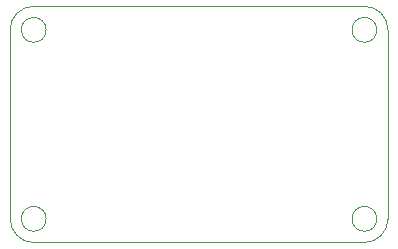
<source format=gbr>
%TF.GenerationSoftware,KiCad,Pcbnew,8.0.8*%
%TF.CreationDate,2025-04-16T19:26:52+02:00*%
%TF.ProjectId,PicoFlash,5069636f-466c-4617-9368-2e6b69636164,1.0*%
%TF.SameCoordinates,Original*%
%TF.FileFunction,Profile,NP*%
%FSLAX46Y46*%
G04 Gerber Fmt 4.6, Leading zero omitted, Abs format (unit mm)*
G04 Created by KiCad (PCBNEW 8.0.8) date 2025-04-16 19:26:52*
%MOMM*%
%LPD*%
G01*
G04 APERTURE LIST*
%TA.AperFunction,Profile*%
%ADD10C,0.100000*%
%TD*%
G04 APERTURE END LIST*
D10*
X30000000Y20000000D02*
G75*
G02*
X32000000Y18000000I0J-2000000D01*
G01*
X2000000Y0D02*
X30000000Y0D01*
X0Y18000000D02*
G75*
G02*
X2000000Y20000000I2000000J0D01*
G01*
X31050000Y18000000D02*
G75*
G02*
X28950000Y18000000I-1050000J0D01*
G01*
X28950000Y18000000D02*
G75*
G02*
X31050000Y18000000I1050000J0D01*
G01*
X0Y18000000D02*
X0Y2000000D01*
X31050000Y2000000D02*
G75*
G02*
X28950000Y2000000I-1050000J0D01*
G01*
X28950000Y2000000D02*
G75*
G02*
X31050000Y2000000I1050000J0D01*
G01*
X3050000Y18000000D02*
G75*
G02*
X950000Y18000000I-1050000J0D01*
G01*
X950000Y18000000D02*
G75*
G02*
X3050000Y18000000I1050000J0D01*
G01*
X32000000Y2000000D02*
X32000000Y18000000D01*
X32000000Y2000000D02*
G75*
G02*
X30000000Y0I-2000000J0D01*
G01*
X2000000Y0D02*
G75*
G02*
X0Y2000000I0J2000000D01*
G01*
X3050000Y2000000D02*
G75*
G02*
X950000Y2000000I-1050000J0D01*
G01*
X950000Y2000000D02*
G75*
G02*
X3050000Y2000000I1050000J0D01*
G01*
X30000000Y20000000D02*
X2000000Y20000000D01*
M02*

</source>
